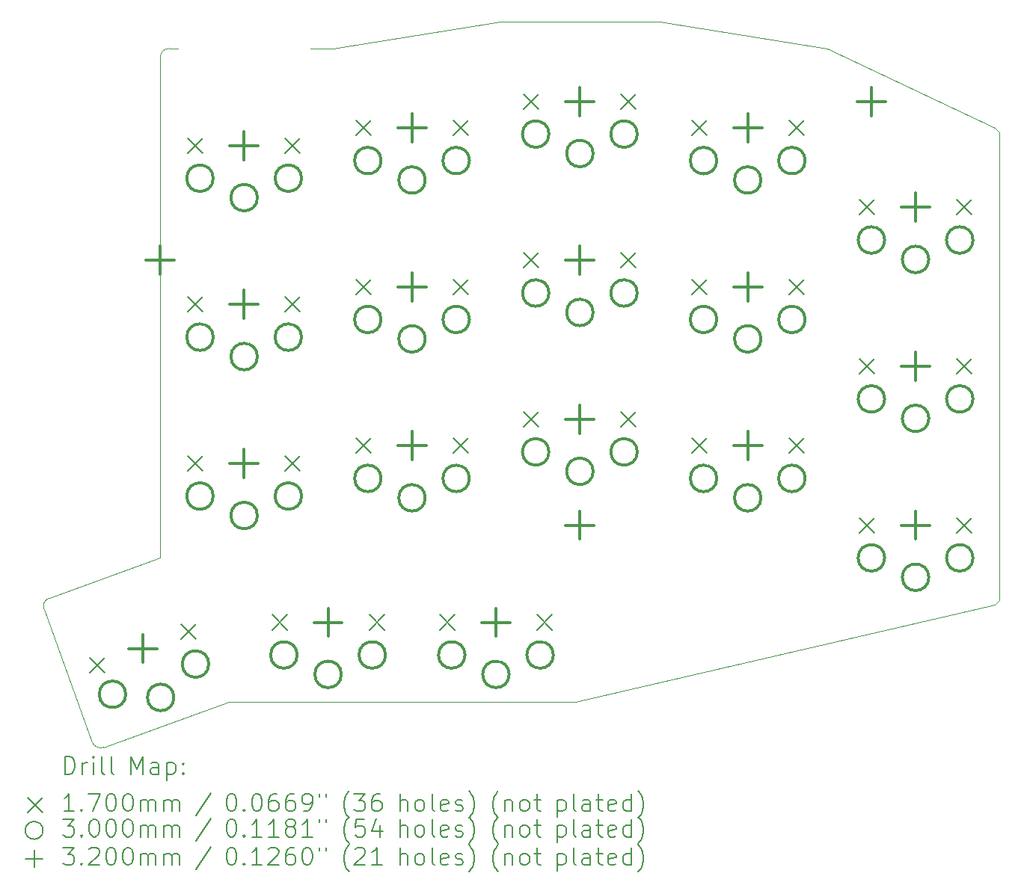
<source format=gbr>
%TF.GenerationSoftware,KiCad,Pcbnew,(7.0.0-0)*%
%TF.CreationDate,2023-03-09T15:58:54+08:00*%
%TF.ProjectId,Input,496e7075-742e-46b6-9963-61645f706362,1*%
%TF.SameCoordinates,PX7bfa480PY6052340*%
%TF.FileFunction,Drillmap*%
%TF.FilePolarity,Positive*%
%FSLAX45Y45*%
G04 Gerber Fmt 4.5, Leading zero omitted, Abs format (unit mm)*
G04 Created by KiCad (PCBNEW (7.0.0-0)) date 2023-03-09 15:58:54*
%MOMM*%
%LPD*%
G01*
G04 APERTURE LIST*
%ADD10C,0.100000*%
%ADD11C,0.200000*%
%ADD12C,0.170000*%
%ADD13C,0.300000*%
%ADD14C,0.320000*%
G04 APERTURE END LIST*
D10*
X8500000Y-3400000D02*
X8550000Y-3350000D01*
X3750000Y-4500000D02*
X8500000Y-3400000D01*
X8500000Y2000000D02*
X8550000Y1950000D01*
X6600000Y2900000D02*
X8500000Y2000000D01*
X8550000Y-3350000D02*
X8550000Y1950000D01*
X2900000Y3200000D02*
X1000000Y2900000D01*
X6600000Y2900000D02*
X4700000Y3200000D01*
X-750000Y2900000D02*
X-850000Y2900000D01*
X-950000Y2800000D02*
X-950000Y-2867500D01*
X1000000Y2900000D02*
X750000Y2900000D01*
X-175000Y-4500000D02*
X3750000Y-4500000D01*
X-850000Y2900000D02*
G75*
G03*
X-950000Y2800000I0J-100000D01*
G01*
X-1719107Y-4955972D02*
X-2266339Y-3452464D01*
X-1719110Y-4955973D02*
G75*
G03*
X-1590936Y-5015740I93970J34203D01*
G01*
X-2206573Y-3324290D02*
G75*
G03*
X-2266339Y-3452464I34203J-93970D01*
G01*
X4700000Y3200000D02*
X2900000Y3200000D01*
X-2206572Y-3324293D02*
X-950000Y-2867500D01*
X-175000Y-4500000D02*
X-1590936Y-5015740D01*
D11*
D12*
X-1748831Y-3999511D02*
X-1578831Y-4169511D01*
X-1578831Y-3999511D02*
X-1748831Y-4169511D01*
X-715169Y-3623289D02*
X-545169Y-3793289D01*
X-545169Y-3623289D02*
X-715169Y-3793289D01*
X-635000Y1885000D02*
X-465000Y1715000D01*
X-465000Y1885000D02*
X-635000Y1715000D01*
X-635000Y85000D02*
X-465000Y-85000D01*
X-465000Y85000D02*
X-635000Y-85000D01*
X-635000Y-1715000D02*
X-465000Y-1885000D01*
X-465000Y-1715000D02*
X-635000Y-1885000D01*
X315000Y-3515000D02*
X485000Y-3685000D01*
X485000Y-3515000D02*
X315000Y-3685000D01*
X465000Y1885000D02*
X635000Y1715000D01*
X635000Y1885000D02*
X465000Y1715000D01*
X465000Y85000D02*
X635000Y-85000D01*
X635000Y85000D02*
X465000Y-85000D01*
X465000Y-1715000D02*
X635000Y-1885000D01*
X635000Y-1715000D02*
X465000Y-1885000D01*
X1265000Y2085000D02*
X1435000Y1915000D01*
X1435000Y2085000D02*
X1265000Y1915000D01*
X1265000Y285000D02*
X1435000Y115000D01*
X1435000Y285000D02*
X1265000Y115000D01*
X1265000Y-1515000D02*
X1435000Y-1685000D01*
X1435000Y-1515000D02*
X1265000Y-1685000D01*
X1415000Y-3515000D02*
X1585000Y-3685000D01*
X1585000Y-3515000D02*
X1415000Y-3685000D01*
X2215000Y-3515000D02*
X2385000Y-3685000D01*
X2385000Y-3515000D02*
X2215000Y-3685000D01*
X2365000Y2085000D02*
X2535000Y1915000D01*
X2535000Y2085000D02*
X2365000Y1915000D01*
X2365000Y285000D02*
X2535000Y115000D01*
X2535000Y285000D02*
X2365000Y115000D01*
X2365000Y-1515000D02*
X2535000Y-1685000D01*
X2535000Y-1515000D02*
X2365000Y-1685000D01*
X3165000Y2385000D02*
X3335000Y2215000D01*
X3335000Y2385000D02*
X3165000Y2215000D01*
X3165000Y585000D02*
X3335000Y415000D01*
X3335000Y585000D02*
X3165000Y415000D01*
X3165000Y-1215000D02*
X3335000Y-1385000D01*
X3335000Y-1215000D02*
X3165000Y-1385000D01*
X3315000Y-3515000D02*
X3485000Y-3685000D01*
X3485000Y-3515000D02*
X3315000Y-3685000D01*
X4265000Y2385000D02*
X4435000Y2215000D01*
X4435000Y2385000D02*
X4265000Y2215000D01*
X4265000Y585000D02*
X4435000Y415000D01*
X4435000Y585000D02*
X4265000Y415000D01*
X4265000Y-1215000D02*
X4435000Y-1385000D01*
X4435000Y-1215000D02*
X4265000Y-1385000D01*
X5065000Y2085000D02*
X5235000Y1915000D01*
X5235000Y2085000D02*
X5065000Y1915000D01*
X5065000Y285000D02*
X5235000Y115000D01*
X5235000Y285000D02*
X5065000Y115000D01*
X5065000Y-1515000D02*
X5235000Y-1685000D01*
X5235000Y-1515000D02*
X5065000Y-1685000D01*
X6165000Y2085000D02*
X6335000Y1915000D01*
X6335000Y2085000D02*
X6165000Y1915000D01*
X6165000Y285000D02*
X6335000Y115000D01*
X6335000Y285000D02*
X6165000Y115000D01*
X6165000Y-1515000D02*
X6335000Y-1685000D01*
X6335000Y-1515000D02*
X6165000Y-1685000D01*
X6965000Y1185000D02*
X7135000Y1015000D01*
X7135000Y1185000D02*
X6965000Y1015000D01*
X6965000Y-615000D02*
X7135000Y-785000D01*
X7135000Y-615000D02*
X6965000Y-785000D01*
X6965000Y-2415000D02*
X7135000Y-2585000D01*
X7135000Y-2415000D02*
X6965000Y-2585000D01*
X8065000Y1185000D02*
X8235000Y1015000D01*
X8235000Y1185000D02*
X8065000Y1015000D01*
X8065000Y-615000D02*
X8235000Y-785000D01*
X8235000Y-615000D02*
X8065000Y-785000D01*
X8065000Y-2415000D02*
X8235000Y-2585000D01*
X8235000Y-2415000D02*
X8065000Y-2585000D01*
D13*
X-1340299Y-4415096D02*
G75*
G03*
X-1340299Y-4415096I-150000J0D01*
G01*
X-795208Y-4450819D02*
G75*
G03*
X-795208Y-4450819I-150000J0D01*
G01*
X-400606Y-4073076D02*
G75*
G03*
X-400606Y-4073076I-150000J0D01*
G01*
X-350000Y1430000D02*
G75*
G03*
X-350000Y1430000I-150000J0D01*
G01*
X-350000Y-370000D02*
G75*
G03*
X-350000Y-370000I-150000J0D01*
G01*
X-350000Y-2170000D02*
G75*
G03*
X-350000Y-2170000I-150000J0D01*
G01*
X150000Y1210000D02*
G75*
G03*
X150000Y1210000I-150000J0D01*
G01*
X150000Y-590000D02*
G75*
G03*
X150000Y-590000I-150000J0D01*
G01*
X150000Y-2390000D02*
G75*
G03*
X150000Y-2390000I-150000J0D01*
G01*
X600000Y-3970000D02*
G75*
G03*
X600000Y-3970000I-150000J0D01*
G01*
X650000Y1430000D02*
G75*
G03*
X650000Y1430000I-150000J0D01*
G01*
X650000Y-370000D02*
G75*
G03*
X650000Y-370000I-150000J0D01*
G01*
X650000Y-2170000D02*
G75*
G03*
X650000Y-2170000I-150000J0D01*
G01*
X1100000Y-4190000D02*
G75*
G03*
X1100000Y-4190000I-150000J0D01*
G01*
X1550000Y1630000D02*
G75*
G03*
X1550000Y1630000I-150000J0D01*
G01*
X1550000Y-170000D02*
G75*
G03*
X1550000Y-170000I-150000J0D01*
G01*
X1550000Y-1970000D02*
G75*
G03*
X1550000Y-1970000I-150000J0D01*
G01*
X1600000Y-3970000D02*
G75*
G03*
X1600000Y-3970000I-150000J0D01*
G01*
X2050000Y1410000D02*
G75*
G03*
X2050000Y1410000I-150000J0D01*
G01*
X2050000Y-390000D02*
G75*
G03*
X2050000Y-390000I-150000J0D01*
G01*
X2050000Y-2190000D02*
G75*
G03*
X2050000Y-2190000I-150000J0D01*
G01*
X2500000Y-3970000D02*
G75*
G03*
X2500000Y-3970000I-150000J0D01*
G01*
X2550000Y1630000D02*
G75*
G03*
X2550000Y1630000I-150000J0D01*
G01*
X2550000Y-170000D02*
G75*
G03*
X2550000Y-170000I-150000J0D01*
G01*
X2550000Y-1970000D02*
G75*
G03*
X2550000Y-1970000I-150000J0D01*
G01*
X3000000Y-4190000D02*
G75*
G03*
X3000000Y-4190000I-150000J0D01*
G01*
X3450000Y1930000D02*
G75*
G03*
X3450000Y1930000I-150000J0D01*
G01*
X3450000Y130000D02*
G75*
G03*
X3450000Y130000I-150000J0D01*
G01*
X3450000Y-1670000D02*
G75*
G03*
X3450000Y-1670000I-150000J0D01*
G01*
X3500000Y-3970000D02*
G75*
G03*
X3500000Y-3970000I-150000J0D01*
G01*
X3950000Y1710000D02*
G75*
G03*
X3950000Y1710000I-150000J0D01*
G01*
X3950000Y-90000D02*
G75*
G03*
X3950000Y-90000I-150000J0D01*
G01*
X3950000Y-1890000D02*
G75*
G03*
X3950000Y-1890000I-150000J0D01*
G01*
X4450000Y1930000D02*
G75*
G03*
X4450000Y1930000I-150000J0D01*
G01*
X4450000Y130000D02*
G75*
G03*
X4450000Y130000I-150000J0D01*
G01*
X4450000Y-1670000D02*
G75*
G03*
X4450000Y-1670000I-150000J0D01*
G01*
X5350000Y1630000D02*
G75*
G03*
X5350000Y1630000I-150000J0D01*
G01*
X5350000Y-170000D02*
G75*
G03*
X5350000Y-170000I-150000J0D01*
G01*
X5350000Y-1970000D02*
G75*
G03*
X5350000Y-1970000I-150000J0D01*
G01*
X5850000Y1410000D02*
G75*
G03*
X5850000Y1410000I-150000J0D01*
G01*
X5850000Y-390000D02*
G75*
G03*
X5850000Y-390000I-150000J0D01*
G01*
X5850000Y-2190000D02*
G75*
G03*
X5850000Y-2190000I-150000J0D01*
G01*
X6350000Y1630000D02*
G75*
G03*
X6350000Y1630000I-150000J0D01*
G01*
X6350000Y-170000D02*
G75*
G03*
X6350000Y-170000I-150000J0D01*
G01*
X6350000Y-1970000D02*
G75*
G03*
X6350000Y-1970000I-150000J0D01*
G01*
X7250000Y730000D02*
G75*
G03*
X7250000Y730000I-150000J0D01*
G01*
X7250000Y-1070000D02*
G75*
G03*
X7250000Y-1070000I-150000J0D01*
G01*
X7250000Y-2870000D02*
G75*
G03*
X7250000Y-2870000I-150000J0D01*
G01*
X7750000Y510000D02*
G75*
G03*
X7750000Y510000I-150000J0D01*
G01*
X7750000Y-1290000D02*
G75*
G03*
X7750000Y-1290000I-150000J0D01*
G01*
X7750000Y-3090000D02*
G75*
G03*
X7750000Y-3090000I-150000J0D01*
G01*
X8250000Y730000D02*
G75*
G03*
X8250000Y730000I-150000J0D01*
G01*
X8250000Y-1070000D02*
G75*
G03*
X8250000Y-1070000I-150000J0D01*
G01*
X8250000Y-2870000D02*
G75*
G03*
X8250000Y-2870000I-150000J0D01*
G01*
D14*
X-1147000Y-3736400D02*
X-1147000Y-4056400D01*
X-1307000Y-3896400D02*
X-987000Y-3896400D01*
X-950000Y660000D02*
X-950000Y340000D01*
X-1110000Y500000D02*
X-790000Y500000D01*
X0Y1960000D02*
X0Y1640000D01*
X-160000Y1800000D02*
X160000Y1800000D01*
X0Y160000D02*
X0Y-160000D01*
X-160000Y0D02*
X160000Y0D01*
X0Y-1640000D02*
X0Y-1960000D01*
X-160000Y-1800000D02*
X160000Y-1800000D01*
X950000Y-3440000D02*
X950000Y-3760000D01*
X790000Y-3600000D02*
X1110000Y-3600000D01*
X1900000Y2160000D02*
X1900000Y1840000D01*
X1740000Y2000000D02*
X2060000Y2000000D01*
X1900000Y360000D02*
X1900000Y40000D01*
X1740000Y200000D02*
X2060000Y200000D01*
X1900000Y-1440000D02*
X1900000Y-1760000D01*
X1740000Y-1600000D02*
X2060000Y-1600000D01*
X2850000Y-3440000D02*
X2850000Y-3760000D01*
X2690000Y-3600000D02*
X3010000Y-3600000D01*
X3800000Y2460000D02*
X3800000Y2140000D01*
X3640000Y2300000D02*
X3960000Y2300000D01*
X3800000Y660000D02*
X3800000Y340000D01*
X3640000Y500000D02*
X3960000Y500000D01*
X3800000Y-1140000D02*
X3800000Y-1460000D01*
X3640000Y-1300000D02*
X3960000Y-1300000D01*
X3800000Y-2340000D02*
X3800000Y-2660000D01*
X3640000Y-2500000D02*
X3960000Y-2500000D01*
X5700000Y2160000D02*
X5700000Y1840000D01*
X5540000Y2000000D02*
X5860000Y2000000D01*
X5700000Y360000D02*
X5700000Y40000D01*
X5540000Y200000D02*
X5860000Y200000D01*
X5700000Y-1440000D02*
X5700000Y-1760000D01*
X5540000Y-1600000D02*
X5860000Y-1600000D01*
X7100000Y2460000D02*
X7100000Y2140000D01*
X6940000Y2300000D02*
X7260000Y2300000D01*
X7600000Y1260000D02*
X7600000Y940000D01*
X7440000Y1100000D02*
X7760000Y1100000D01*
X7600000Y-540000D02*
X7600000Y-860000D01*
X7440000Y-700000D02*
X7760000Y-700000D01*
X7600000Y-2340000D02*
X7600000Y-2660000D01*
X7440000Y-2500000D02*
X7760000Y-2500000D01*
D11*
X-2029752Y-5320247D02*
X-2029752Y-5120247D01*
X-2029752Y-5120247D02*
X-1982133Y-5120247D01*
X-1982133Y-5120247D02*
X-1953561Y-5129771D01*
X-1953561Y-5129771D02*
X-1934514Y-5148819D01*
X-1934514Y-5148819D02*
X-1924990Y-5167866D01*
X-1924990Y-5167866D02*
X-1915466Y-5205961D01*
X-1915466Y-5205961D02*
X-1915466Y-5234533D01*
X-1915466Y-5234533D02*
X-1924990Y-5272628D01*
X-1924990Y-5272628D02*
X-1934514Y-5291676D01*
X-1934514Y-5291676D02*
X-1953561Y-5310723D01*
X-1953561Y-5310723D02*
X-1982133Y-5320247D01*
X-1982133Y-5320247D02*
X-2029752Y-5320247D01*
X-1829752Y-5320247D02*
X-1829752Y-5186914D01*
X-1829752Y-5225009D02*
X-1820228Y-5205961D01*
X-1820228Y-5205961D02*
X-1810704Y-5196438D01*
X-1810704Y-5196438D02*
X-1791657Y-5186914D01*
X-1791657Y-5186914D02*
X-1772609Y-5186914D01*
X-1705942Y-5320247D02*
X-1705942Y-5186914D01*
X-1705942Y-5120247D02*
X-1715466Y-5129771D01*
X-1715466Y-5129771D02*
X-1705942Y-5139295D01*
X-1705942Y-5139295D02*
X-1696418Y-5129771D01*
X-1696418Y-5129771D02*
X-1705942Y-5120247D01*
X-1705942Y-5120247D02*
X-1705942Y-5139295D01*
X-1582133Y-5320247D02*
X-1601180Y-5310723D01*
X-1601180Y-5310723D02*
X-1610704Y-5291676D01*
X-1610704Y-5291676D02*
X-1610704Y-5120247D01*
X-1477371Y-5320247D02*
X-1496418Y-5310723D01*
X-1496418Y-5310723D02*
X-1505942Y-5291676D01*
X-1505942Y-5291676D02*
X-1505942Y-5120247D01*
X-1281180Y-5320247D02*
X-1281180Y-5120247D01*
X-1281180Y-5120247D02*
X-1214514Y-5263104D01*
X-1214514Y-5263104D02*
X-1147847Y-5120247D01*
X-1147847Y-5120247D02*
X-1147847Y-5320247D01*
X-966895Y-5320247D02*
X-966895Y-5215485D01*
X-966895Y-5215485D02*
X-976418Y-5196438D01*
X-976418Y-5196438D02*
X-995466Y-5186914D01*
X-995466Y-5186914D02*
X-1033561Y-5186914D01*
X-1033561Y-5186914D02*
X-1052609Y-5196438D01*
X-966895Y-5310723D02*
X-985942Y-5320247D01*
X-985942Y-5320247D02*
X-1033561Y-5320247D01*
X-1033561Y-5320247D02*
X-1052609Y-5310723D01*
X-1052609Y-5310723D02*
X-1062133Y-5291676D01*
X-1062133Y-5291676D02*
X-1062133Y-5272628D01*
X-1062133Y-5272628D02*
X-1052609Y-5253580D01*
X-1052609Y-5253580D02*
X-1033561Y-5244057D01*
X-1033561Y-5244057D02*
X-985942Y-5244057D01*
X-985942Y-5244057D02*
X-966895Y-5234533D01*
X-871657Y-5186914D02*
X-871657Y-5386914D01*
X-871657Y-5196438D02*
X-852609Y-5186914D01*
X-852609Y-5186914D02*
X-814514Y-5186914D01*
X-814514Y-5186914D02*
X-795466Y-5196438D01*
X-795466Y-5196438D02*
X-785942Y-5205961D01*
X-785942Y-5205961D02*
X-776418Y-5225009D01*
X-776418Y-5225009D02*
X-776418Y-5282152D01*
X-776418Y-5282152D02*
X-785942Y-5301199D01*
X-785942Y-5301199D02*
X-795466Y-5310723D01*
X-795466Y-5310723D02*
X-814514Y-5320247D01*
X-814514Y-5320247D02*
X-852609Y-5320247D01*
X-852609Y-5320247D02*
X-871657Y-5310723D01*
X-690704Y-5301199D02*
X-681180Y-5310723D01*
X-681180Y-5310723D02*
X-690704Y-5320247D01*
X-690704Y-5320247D02*
X-700228Y-5310723D01*
X-700228Y-5310723D02*
X-690704Y-5301199D01*
X-690704Y-5301199D02*
X-690704Y-5320247D01*
X-690704Y-5196438D02*
X-681180Y-5205961D01*
X-681180Y-5205961D02*
X-690704Y-5215485D01*
X-690704Y-5215485D02*
X-700228Y-5205961D01*
X-700228Y-5205961D02*
X-690704Y-5196438D01*
X-690704Y-5196438D02*
X-690704Y-5215485D01*
D12*
X-2447371Y-5581771D02*
X-2277371Y-5751771D01*
X-2277371Y-5581771D02*
X-2447371Y-5751771D01*
D11*
X-1924990Y-5740247D02*
X-2039276Y-5740247D01*
X-1982133Y-5740247D02*
X-1982133Y-5540247D01*
X-1982133Y-5540247D02*
X-2001180Y-5568819D01*
X-2001180Y-5568819D02*
X-2020228Y-5587866D01*
X-2020228Y-5587866D02*
X-2039276Y-5597390D01*
X-1839276Y-5721199D02*
X-1829752Y-5730723D01*
X-1829752Y-5730723D02*
X-1839276Y-5740247D01*
X-1839276Y-5740247D02*
X-1848799Y-5730723D01*
X-1848799Y-5730723D02*
X-1839276Y-5721199D01*
X-1839276Y-5721199D02*
X-1839276Y-5740247D01*
X-1763085Y-5540247D02*
X-1629752Y-5540247D01*
X-1629752Y-5540247D02*
X-1715466Y-5740247D01*
X-1515466Y-5540247D02*
X-1496418Y-5540247D01*
X-1496418Y-5540247D02*
X-1477371Y-5549771D01*
X-1477371Y-5549771D02*
X-1467847Y-5559295D01*
X-1467847Y-5559295D02*
X-1458323Y-5578342D01*
X-1458323Y-5578342D02*
X-1448799Y-5616437D01*
X-1448799Y-5616437D02*
X-1448799Y-5664057D01*
X-1448799Y-5664057D02*
X-1458323Y-5702152D01*
X-1458323Y-5702152D02*
X-1467847Y-5721199D01*
X-1467847Y-5721199D02*
X-1477371Y-5730723D01*
X-1477371Y-5730723D02*
X-1496418Y-5740247D01*
X-1496418Y-5740247D02*
X-1515466Y-5740247D01*
X-1515466Y-5740247D02*
X-1534514Y-5730723D01*
X-1534514Y-5730723D02*
X-1544037Y-5721199D01*
X-1544037Y-5721199D02*
X-1553561Y-5702152D01*
X-1553561Y-5702152D02*
X-1563085Y-5664057D01*
X-1563085Y-5664057D02*
X-1563085Y-5616437D01*
X-1563085Y-5616437D02*
X-1553561Y-5578342D01*
X-1553561Y-5578342D02*
X-1544037Y-5559295D01*
X-1544037Y-5559295D02*
X-1534514Y-5549771D01*
X-1534514Y-5549771D02*
X-1515466Y-5540247D01*
X-1324990Y-5540247D02*
X-1305942Y-5540247D01*
X-1305942Y-5540247D02*
X-1286895Y-5549771D01*
X-1286895Y-5549771D02*
X-1277371Y-5559295D01*
X-1277371Y-5559295D02*
X-1267847Y-5578342D01*
X-1267847Y-5578342D02*
X-1258323Y-5616437D01*
X-1258323Y-5616437D02*
X-1258323Y-5664057D01*
X-1258323Y-5664057D02*
X-1267847Y-5702152D01*
X-1267847Y-5702152D02*
X-1277371Y-5721199D01*
X-1277371Y-5721199D02*
X-1286895Y-5730723D01*
X-1286895Y-5730723D02*
X-1305942Y-5740247D01*
X-1305942Y-5740247D02*
X-1324990Y-5740247D01*
X-1324990Y-5740247D02*
X-1344038Y-5730723D01*
X-1344038Y-5730723D02*
X-1353561Y-5721199D01*
X-1353561Y-5721199D02*
X-1363085Y-5702152D01*
X-1363085Y-5702152D02*
X-1372609Y-5664057D01*
X-1372609Y-5664057D02*
X-1372609Y-5616437D01*
X-1372609Y-5616437D02*
X-1363085Y-5578342D01*
X-1363085Y-5578342D02*
X-1353561Y-5559295D01*
X-1353561Y-5559295D02*
X-1344038Y-5549771D01*
X-1344038Y-5549771D02*
X-1324990Y-5540247D01*
X-1172609Y-5740247D02*
X-1172609Y-5606914D01*
X-1172609Y-5625961D02*
X-1163085Y-5616437D01*
X-1163085Y-5616437D02*
X-1144038Y-5606914D01*
X-1144038Y-5606914D02*
X-1115466Y-5606914D01*
X-1115466Y-5606914D02*
X-1096418Y-5616437D01*
X-1096418Y-5616437D02*
X-1086895Y-5635485D01*
X-1086895Y-5635485D02*
X-1086895Y-5740247D01*
X-1086895Y-5635485D02*
X-1077371Y-5616437D01*
X-1077371Y-5616437D02*
X-1058323Y-5606914D01*
X-1058323Y-5606914D02*
X-1029752Y-5606914D01*
X-1029752Y-5606914D02*
X-1010704Y-5616437D01*
X-1010704Y-5616437D02*
X-1001180Y-5635485D01*
X-1001180Y-5635485D02*
X-1001180Y-5740247D01*
X-905942Y-5740247D02*
X-905942Y-5606914D01*
X-905942Y-5625961D02*
X-896418Y-5616437D01*
X-896418Y-5616437D02*
X-877371Y-5606914D01*
X-877371Y-5606914D02*
X-848799Y-5606914D01*
X-848799Y-5606914D02*
X-829752Y-5616437D01*
X-829752Y-5616437D02*
X-820228Y-5635485D01*
X-820228Y-5635485D02*
X-820228Y-5740247D01*
X-820228Y-5635485D02*
X-810704Y-5616437D01*
X-810704Y-5616437D02*
X-791656Y-5606914D01*
X-791656Y-5606914D02*
X-763085Y-5606914D01*
X-763085Y-5606914D02*
X-744037Y-5616437D01*
X-744037Y-5616437D02*
X-734514Y-5635485D01*
X-734514Y-5635485D02*
X-734514Y-5740247D01*
X-376418Y-5530723D02*
X-547847Y-5787866D01*
X-151657Y-5540247D02*
X-132609Y-5540247D01*
X-132609Y-5540247D02*
X-113561Y-5549771D01*
X-113561Y-5549771D02*
X-104037Y-5559295D01*
X-104037Y-5559295D02*
X-94514Y-5578342D01*
X-94514Y-5578342D02*
X-84990Y-5616437D01*
X-84990Y-5616437D02*
X-84990Y-5664057D01*
X-84990Y-5664057D02*
X-94514Y-5702152D01*
X-94514Y-5702152D02*
X-104037Y-5721199D01*
X-104037Y-5721199D02*
X-113561Y-5730723D01*
X-113561Y-5730723D02*
X-132609Y-5740247D01*
X-132609Y-5740247D02*
X-151657Y-5740247D01*
X-151657Y-5740247D02*
X-170704Y-5730723D01*
X-170704Y-5730723D02*
X-180228Y-5721199D01*
X-180228Y-5721199D02*
X-189752Y-5702152D01*
X-189752Y-5702152D02*
X-199275Y-5664057D01*
X-199275Y-5664057D02*
X-199275Y-5616437D01*
X-199275Y-5616437D02*
X-189752Y-5578342D01*
X-189752Y-5578342D02*
X-180228Y-5559295D01*
X-180228Y-5559295D02*
X-170704Y-5549771D01*
X-170704Y-5549771D02*
X-151657Y-5540247D01*
X724Y-5721199D02*
X10248Y-5730723D01*
X10248Y-5730723D02*
X724Y-5740247D01*
X724Y-5740247D02*
X-8799Y-5730723D01*
X-8799Y-5730723D02*
X724Y-5721199D01*
X724Y-5721199D02*
X724Y-5740247D01*
X134058Y-5540247D02*
X153106Y-5540247D01*
X153106Y-5540247D02*
X172153Y-5549771D01*
X172153Y-5549771D02*
X181677Y-5559295D01*
X181677Y-5559295D02*
X191201Y-5578342D01*
X191201Y-5578342D02*
X200724Y-5616437D01*
X200724Y-5616437D02*
X200724Y-5664057D01*
X200724Y-5664057D02*
X191201Y-5702152D01*
X191201Y-5702152D02*
X181677Y-5721199D01*
X181677Y-5721199D02*
X172153Y-5730723D01*
X172153Y-5730723D02*
X153106Y-5740247D01*
X153106Y-5740247D02*
X134058Y-5740247D01*
X134058Y-5740247D02*
X115010Y-5730723D01*
X115010Y-5730723D02*
X105486Y-5721199D01*
X105486Y-5721199D02*
X95963Y-5702152D01*
X95963Y-5702152D02*
X86439Y-5664057D01*
X86439Y-5664057D02*
X86439Y-5616437D01*
X86439Y-5616437D02*
X95963Y-5578342D01*
X95963Y-5578342D02*
X105486Y-5559295D01*
X105486Y-5559295D02*
X115010Y-5549771D01*
X115010Y-5549771D02*
X134058Y-5540247D01*
X372153Y-5540247D02*
X334058Y-5540247D01*
X334058Y-5540247D02*
X315010Y-5549771D01*
X315010Y-5549771D02*
X305486Y-5559295D01*
X305486Y-5559295D02*
X286439Y-5587866D01*
X286439Y-5587866D02*
X276915Y-5625961D01*
X276915Y-5625961D02*
X276915Y-5702152D01*
X276915Y-5702152D02*
X286439Y-5721199D01*
X286439Y-5721199D02*
X295963Y-5730723D01*
X295963Y-5730723D02*
X315010Y-5740247D01*
X315010Y-5740247D02*
X353105Y-5740247D01*
X353105Y-5740247D02*
X372153Y-5730723D01*
X372153Y-5730723D02*
X381677Y-5721199D01*
X381677Y-5721199D02*
X391201Y-5702152D01*
X391201Y-5702152D02*
X391201Y-5654533D01*
X391201Y-5654533D02*
X381677Y-5635485D01*
X381677Y-5635485D02*
X372153Y-5625961D01*
X372153Y-5625961D02*
X353105Y-5616437D01*
X353105Y-5616437D02*
X315010Y-5616437D01*
X315010Y-5616437D02*
X295963Y-5625961D01*
X295963Y-5625961D02*
X286439Y-5635485D01*
X286439Y-5635485D02*
X276915Y-5654533D01*
X562629Y-5540247D02*
X524534Y-5540247D01*
X524534Y-5540247D02*
X505486Y-5549771D01*
X505486Y-5549771D02*
X495963Y-5559295D01*
X495963Y-5559295D02*
X476915Y-5587866D01*
X476915Y-5587866D02*
X467391Y-5625961D01*
X467391Y-5625961D02*
X467391Y-5702152D01*
X467391Y-5702152D02*
X476915Y-5721199D01*
X476915Y-5721199D02*
X486439Y-5730723D01*
X486439Y-5730723D02*
X505486Y-5740247D01*
X505486Y-5740247D02*
X543582Y-5740247D01*
X543582Y-5740247D02*
X562629Y-5730723D01*
X562629Y-5730723D02*
X572153Y-5721199D01*
X572153Y-5721199D02*
X581677Y-5702152D01*
X581677Y-5702152D02*
X581677Y-5654533D01*
X581677Y-5654533D02*
X572153Y-5635485D01*
X572153Y-5635485D02*
X562629Y-5625961D01*
X562629Y-5625961D02*
X543582Y-5616437D01*
X543582Y-5616437D02*
X505486Y-5616437D01*
X505486Y-5616437D02*
X486439Y-5625961D01*
X486439Y-5625961D02*
X476915Y-5635485D01*
X476915Y-5635485D02*
X467391Y-5654533D01*
X676915Y-5740247D02*
X715010Y-5740247D01*
X715010Y-5740247D02*
X734058Y-5730723D01*
X734058Y-5730723D02*
X743582Y-5721199D01*
X743582Y-5721199D02*
X762629Y-5692628D01*
X762629Y-5692628D02*
X772153Y-5654533D01*
X772153Y-5654533D02*
X772153Y-5578342D01*
X772153Y-5578342D02*
X762629Y-5559295D01*
X762629Y-5559295D02*
X753105Y-5549771D01*
X753105Y-5549771D02*
X734058Y-5540247D01*
X734058Y-5540247D02*
X695963Y-5540247D01*
X695963Y-5540247D02*
X676915Y-5549771D01*
X676915Y-5549771D02*
X667391Y-5559295D01*
X667391Y-5559295D02*
X657867Y-5578342D01*
X657867Y-5578342D02*
X657867Y-5625961D01*
X657867Y-5625961D02*
X667391Y-5645009D01*
X667391Y-5645009D02*
X676915Y-5654533D01*
X676915Y-5654533D02*
X695963Y-5664057D01*
X695963Y-5664057D02*
X734058Y-5664057D01*
X734058Y-5664057D02*
X753105Y-5654533D01*
X753105Y-5654533D02*
X762629Y-5645009D01*
X762629Y-5645009D02*
X772153Y-5625961D01*
X848344Y-5540247D02*
X848344Y-5578342D01*
X924534Y-5540247D02*
X924534Y-5578342D01*
X1187391Y-5816437D02*
X1177867Y-5806914D01*
X1177867Y-5806914D02*
X1158820Y-5778342D01*
X1158820Y-5778342D02*
X1149296Y-5759295D01*
X1149296Y-5759295D02*
X1139772Y-5730723D01*
X1139772Y-5730723D02*
X1130248Y-5683104D01*
X1130248Y-5683104D02*
X1130248Y-5645009D01*
X1130248Y-5645009D02*
X1139772Y-5597390D01*
X1139772Y-5597390D02*
X1149296Y-5568819D01*
X1149296Y-5568819D02*
X1158820Y-5549771D01*
X1158820Y-5549771D02*
X1177867Y-5521199D01*
X1177867Y-5521199D02*
X1187391Y-5511676D01*
X1244534Y-5540247D02*
X1368344Y-5540247D01*
X1368344Y-5540247D02*
X1301677Y-5616437D01*
X1301677Y-5616437D02*
X1330248Y-5616437D01*
X1330248Y-5616437D02*
X1349296Y-5625961D01*
X1349296Y-5625961D02*
X1358820Y-5635485D01*
X1358820Y-5635485D02*
X1368344Y-5654533D01*
X1368344Y-5654533D02*
X1368344Y-5702152D01*
X1368344Y-5702152D02*
X1358820Y-5721199D01*
X1358820Y-5721199D02*
X1349296Y-5730723D01*
X1349296Y-5730723D02*
X1330248Y-5740247D01*
X1330248Y-5740247D02*
X1273106Y-5740247D01*
X1273106Y-5740247D02*
X1254058Y-5730723D01*
X1254058Y-5730723D02*
X1244534Y-5721199D01*
X1539772Y-5540247D02*
X1501677Y-5540247D01*
X1501677Y-5540247D02*
X1482629Y-5549771D01*
X1482629Y-5549771D02*
X1473105Y-5559295D01*
X1473105Y-5559295D02*
X1454058Y-5587866D01*
X1454058Y-5587866D02*
X1444534Y-5625961D01*
X1444534Y-5625961D02*
X1444534Y-5702152D01*
X1444534Y-5702152D02*
X1454058Y-5721199D01*
X1454058Y-5721199D02*
X1463582Y-5730723D01*
X1463582Y-5730723D02*
X1482629Y-5740247D01*
X1482629Y-5740247D02*
X1520725Y-5740247D01*
X1520725Y-5740247D02*
X1539772Y-5730723D01*
X1539772Y-5730723D02*
X1549296Y-5721199D01*
X1549296Y-5721199D02*
X1558820Y-5702152D01*
X1558820Y-5702152D02*
X1558820Y-5654533D01*
X1558820Y-5654533D02*
X1549296Y-5635485D01*
X1549296Y-5635485D02*
X1539772Y-5625961D01*
X1539772Y-5625961D02*
X1520725Y-5616437D01*
X1520725Y-5616437D02*
X1482629Y-5616437D01*
X1482629Y-5616437D02*
X1463582Y-5625961D01*
X1463582Y-5625961D02*
X1454058Y-5635485D01*
X1454058Y-5635485D02*
X1444534Y-5654533D01*
X1764534Y-5740247D02*
X1764534Y-5540247D01*
X1850248Y-5740247D02*
X1850248Y-5635485D01*
X1850248Y-5635485D02*
X1840725Y-5616437D01*
X1840725Y-5616437D02*
X1821677Y-5606914D01*
X1821677Y-5606914D02*
X1793105Y-5606914D01*
X1793105Y-5606914D02*
X1774058Y-5616437D01*
X1774058Y-5616437D02*
X1764534Y-5625961D01*
X1974058Y-5740247D02*
X1955010Y-5730723D01*
X1955010Y-5730723D02*
X1945486Y-5721199D01*
X1945486Y-5721199D02*
X1935963Y-5702152D01*
X1935963Y-5702152D02*
X1935963Y-5645009D01*
X1935963Y-5645009D02*
X1945486Y-5625961D01*
X1945486Y-5625961D02*
X1955010Y-5616437D01*
X1955010Y-5616437D02*
X1974058Y-5606914D01*
X1974058Y-5606914D02*
X2002629Y-5606914D01*
X2002629Y-5606914D02*
X2021677Y-5616437D01*
X2021677Y-5616437D02*
X2031201Y-5625961D01*
X2031201Y-5625961D02*
X2040725Y-5645009D01*
X2040725Y-5645009D02*
X2040725Y-5702152D01*
X2040725Y-5702152D02*
X2031201Y-5721199D01*
X2031201Y-5721199D02*
X2021677Y-5730723D01*
X2021677Y-5730723D02*
X2002629Y-5740247D01*
X2002629Y-5740247D02*
X1974058Y-5740247D01*
X2155010Y-5740247D02*
X2135963Y-5730723D01*
X2135963Y-5730723D02*
X2126439Y-5711676D01*
X2126439Y-5711676D02*
X2126439Y-5540247D01*
X2307391Y-5730723D02*
X2288344Y-5740247D01*
X2288344Y-5740247D02*
X2250248Y-5740247D01*
X2250248Y-5740247D02*
X2231201Y-5730723D01*
X2231201Y-5730723D02*
X2221677Y-5711676D01*
X2221677Y-5711676D02*
X2221677Y-5635485D01*
X2221677Y-5635485D02*
X2231201Y-5616437D01*
X2231201Y-5616437D02*
X2250248Y-5606914D01*
X2250248Y-5606914D02*
X2288344Y-5606914D01*
X2288344Y-5606914D02*
X2307391Y-5616437D01*
X2307391Y-5616437D02*
X2316915Y-5635485D01*
X2316915Y-5635485D02*
X2316915Y-5654533D01*
X2316915Y-5654533D02*
X2221677Y-5673580D01*
X2393106Y-5730723D02*
X2412153Y-5740247D01*
X2412153Y-5740247D02*
X2450248Y-5740247D01*
X2450248Y-5740247D02*
X2469296Y-5730723D01*
X2469296Y-5730723D02*
X2478820Y-5711676D01*
X2478820Y-5711676D02*
X2478820Y-5702152D01*
X2478820Y-5702152D02*
X2469296Y-5683104D01*
X2469296Y-5683104D02*
X2450248Y-5673580D01*
X2450248Y-5673580D02*
X2421677Y-5673580D01*
X2421677Y-5673580D02*
X2402629Y-5664057D01*
X2402629Y-5664057D02*
X2393106Y-5645009D01*
X2393106Y-5645009D02*
X2393106Y-5635485D01*
X2393106Y-5635485D02*
X2402629Y-5616437D01*
X2402629Y-5616437D02*
X2421677Y-5606914D01*
X2421677Y-5606914D02*
X2450248Y-5606914D01*
X2450248Y-5606914D02*
X2469296Y-5616437D01*
X2545487Y-5816437D02*
X2555010Y-5806914D01*
X2555010Y-5806914D02*
X2574058Y-5778342D01*
X2574058Y-5778342D02*
X2583582Y-5759295D01*
X2583582Y-5759295D02*
X2593106Y-5730723D01*
X2593106Y-5730723D02*
X2602629Y-5683104D01*
X2602629Y-5683104D02*
X2602629Y-5645009D01*
X2602629Y-5645009D02*
X2593106Y-5597390D01*
X2593106Y-5597390D02*
X2583582Y-5568819D01*
X2583582Y-5568819D02*
X2574058Y-5549771D01*
X2574058Y-5549771D02*
X2555010Y-5521199D01*
X2555010Y-5521199D02*
X2545487Y-5511676D01*
X2875010Y-5816437D02*
X2865486Y-5806914D01*
X2865486Y-5806914D02*
X2846439Y-5778342D01*
X2846439Y-5778342D02*
X2836915Y-5759295D01*
X2836915Y-5759295D02*
X2827391Y-5730723D01*
X2827391Y-5730723D02*
X2817867Y-5683104D01*
X2817867Y-5683104D02*
X2817867Y-5645009D01*
X2817867Y-5645009D02*
X2827391Y-5597390D01*
X2827391Y-5597390D02*
X2836915Y-5568819D01*
X2836915Y-5568819D02*
X2846439Y-5549771D01*
X2846439Y-5549771D02*
X2865486Y-5521199D01*
X2865486Y-5521199D02*
X2875010Y-5511676D01*
X2951201Y-5606914D02*
X2951201Y-5740247D01*
X2951201Y-5625961D02*
X2960725Y-5616437D01*
X2960725Y-5616437D02*
X2979772Y-5606914D01*
X2979772Y-5606914D02*
X3008344Y-5606914D01*
X3008344Y-5606914D02*
X3027391Y-5616437D01*
X3027391Y-5616437D02*
X3036915Y-5635485D01*
X3036915Y-5635485D02*
X3036915Y-5740247D01*
X3160725Y-5740247D02*
X3141677Y-5730723D01*
X3141677Y-5730723D02*
X3132153Y-5721199D01*
X3132153Y-5721199D02*
X3122629Y-5702152D01*
X3122629Y-5702152D02*
X3122629Y-5645009D01*
X3122629Y-5645009D02*
X3132153Y-5625961D01*
X3132153Y-5625961D02*
X3141677Y-5616437D01*
X3141677Y-5616437D02*
X3160725Y-5606914D01*
X3160725Y-5606914D02*
X3189296Y-5606914D01*
X3189296Y-5606914D02*
X3208344Y-5616437D01*
X3208344Y-5616437D02*
X3217867Y-5625961D01*
X3217867Y-5625961D02*
X3227391Y-5645009D01*
X3227391Y-5645009D02*
X3227391Y-5702152D01*
X3227391Y-5702152D02*
X3217867Y-5721199D01*
X3217867Y-5721199D02*
X3208344Y-5730723D01*
X3208344Y-5730723D02*
X3189296Y-5740247D01*
X3189296Y-5740247D02*
X3160725Y-5740247D01*
X3284534Y-5606914D02*
X3360725Y-5606914D01*
X3313106Y-5540247D02*
X3313106Y-5711676D01*
X3313106Y-5711676D02*
X3322629Y-5730723D01*
X3322629Y-5730723D02*
X3341677Y-5740247D01*
X3341677Y-5740247D02*
X3360725Y-5740247D01*
X3547391Y-5606914D02*
X3547391Y-5806914D01*
X3547391Y-5616437D02*
X3566439Y-5606914D01*
X3566439Y-5606914D02*
X3604534Y-5606914D01*
X3604534Y-5606914D02*
X3623582Y-5616437D01*
X3623582Y-5616437D02*
X3633106Y-5625961D01*
X3633106Y-5625961D02*
X3642629Y-5645009D01*
X3642629Y-5645009D02*
X3642629Y-5702152D01*
X3642629Y-5702152D02*
X3633106Y-5721199D01*
X3633106Y-5721199D02*
X3623582Y-5730723D01*
X3623582Y-5730723D02*
X3604534Y-5740247D01*
X3604534Y-5740247D02*
X3566439Y-5740247D01*
X3566439Y-5740247D02*
X3547391Y-5730723D01*
X3756915Y-5740247D02*
X3737867Y-5730723D01*
X3737867Y-5730723D02*
X3728344Y-5711676D01*
X3728344Y-5711676D02*
X3728344Y-5540247D01*
X3918820Y-5740247D02*
X3918820Y-5635485D01*
X3918820Y-5635485D02*
X3909296Y-5616437D01*
X3909296Y-5616437D02*
X3890248Y-5606914D01*
X3890248Y-5606914D02*
X3852153Y-5606914D01*
X3852153Y-5606914D02*
X3833106Y-5616437D01*
X3918820Y-5730723D02*
X3899772Y-5740247D01*
X3899772Y-5740247D02*
X3852153Y-5740247D01*
X3852153Y-5740247D02*
X3833106Y-5730723D01*
X3833106Y-5730723D02*
X3823582Y-5711676D01*
X3823582Y-5711676D02*
X3823582Y-5692628D01*
X3823582Y-5692628D02*
X3833106Y-5673580D01*
X3833106Y-5673580D02*
X3852153Y-5664057D01*
X3852153Y-5664057D02*
X3899772Y-5664057D01*
X3899772Y-5664057D02*
X3918820Y-5654533D01*
X3985487Y-5606914D02*
X4061677Y-5606914D01*
X4014058Y-5540247D02*
X4014058Y-5711676D01*
X4014058Y-5711676D02*
X4023582Y-5730723D01*
X4023582Y-5730723D02*
X4042629Y-5740247D01*
X4042629Y-5740247D02*
X4061677Y-5740247D01*
X4204534Y-5730723D02*
X4185487Y-5740247D01*
X4185487Y-5740247D02*
X4147391Y-5740247D01*
X4147391Y-5740247D02*
X4128344Y-5730723D01*
X4128344Y-5730723D02*
X4118820Y-5711676D01*
X4118820Y-5711676D02*
X4118820Y-5635485D01*
X4118820Y-5635485D02*
X4128344Y-5616437D01*
X4128344Y-5616437D02*
X4147391Y-5606914D01*
X4147391Y-5606914D02*
X4185487Y-5606914D01*
X4185487Y-5606914D02*
X4204534Y-5616437D01*
X4204534Y-5616437D02*
X4214058Y-5635485D01*
X4214058Y-5635485D02*
X4214058Y-5654533D01*
X4214058Y-5654533D02*
X4118820Y-5673580D01*
X4385487Y-5740247D02*
X4385487Y-5540247D01*
X4385487Y-5730723D02*
X4366439Y-5740247D01*
X4366439Y-5740247D02*
X4328344Y-5740247D01*
X4328344Y-5740247D02*
X4309296Y-5730723D01*
X4309296Y-5730723D02*
X4299772Y-5721199D01*
X4299772Y-5721199D02*
X4290249Y-5702152D01*
X4290249Y-5702152D02*
X4290249Y-5645009D01*
X4290249Y-5645009D02*
X4299772Y-5625961D01*
X4299772Y-5625961D02*
X4309296Y-5616437D01*
X4309296Y-5616437D02*
X4328344Y-5606914D01*
X4328344Y-5606914D02*
X4366439Y-5606914D01*
X4366439Y-5606914D02*
X4385487Y-5616437D01*
X4461677Y-5816437D02*
X4471201Y-5806914D01*
X4471201Y-5806914D02*
X4490249Y-5778342D01*
X4490249Y-5778342D02*
X4499772Y-5759295D01*
X4499772Y-5759295D02*
X4509296Y-5730723D01*
X4509296Y-5730723D02*
X4518820Y-5683104D01*
X4518820Y-5683104D02*
X4518820Y-5645009D01*
X4518820Y-5645009D02*
X4509296Y-5597390D01*
X4509296Y-5597390D02*
X4499772Y-5568819D01*
X4499772Y-5568819D02*
X4490249Y-5549771D01*
X4490249Y-5549771D02*
X4471201Y-5521199D01*
X4471201Y-5521199D02*
X4461677Y-5511676D01*
X-2277371Y-5956771D02*
G75*
G03*
X-2277371Y-5956771I-100000J0D01*
G01*
X-2048799Y-5830247D02*
X-1924990Y-5830247D01*
X-1924990Y-5830247D02*
X-1991657Y-5906437D01*
X-1991657Y-5906437D02*
X-1963085Y-5906437D01*
X-1963085Y-5906437D02*
X-1944037Y-5915961D01*
X-1944037Y-5915961D02*
X-1934514Y-5925485D01*
X-1934514Y-5925485D02*
X-1924990Y-5944533D01*
X-1924990Y-5944533D02*
X-1924990Y-5992152D01*
X-1924990Y-5992152D02*
X-1934514Y-6011199D01*
X-1934514Y-6011199D02*
X-1944037Y-6020723D01*
X-1944037Y-6020723D02*
X-1963085Y-6030247D01*
X-1963085Y-6030247D02*
X-2020228Y-6030247D01*
X-2020228Y-6030247D02*
X-2039276Y-6020723D01*
X-2039276Y-6020723D02*
X-2048799Y-6011199D01*
X-1839276Y-6011199D02*
X-1829752Y-6020723D01*
X-1829752Y-6020723D02*
X-1839276Y-6030247D01*
X-1839276Y-6030247D02*
X-1848799Y-6020723D01*
X-1848799Y-6020723D02*
X-1839276Y-6011199D01*
X-1839276Y-6011199D02*
X-1839276Y-6030247D01*
X-1705942Y-5830247D02*
X-1686895Y-5830247D01*
X-1686895Y-5830247D02*
X-1667847Y-5839771D01*
X-1667847Y-5839771D02*
X-1658323Y-5849295D01*
X-1658323Y-5849295D02*
X-1648799Y-5868342D01*
X-1648799Y-5868342D02*
X-1639276Y-5906437D01*
X-1639276Y-5906437D02*
X-1639276Y-5954057D01*
X-1639276Y-5954057D02*
X-1648799Y-5992152D01*
X-1648799Y-5992152D02*
X-1658323Y-6011199D01*
X-1658323Y-6011199D02*
X-1667847Y-6020723D01*
X-1667847Y-6020723D02*
X-1686895Y-6030247D01*
X-1686895Y-6030247D02*
X-1705942Y-6030247D01*
X-1705942Y-6030247D02*
X-1724990Y-6020723D01*
X-1724990Y-6020723D02*
X-1734514Y-6011199D01*
X-1734514Y-6011199D02*
X-1744037Y-5992152D01*
X-1744037Y-5992152D02*
X-1753561Y-5954057D01*
X-1753561Y-5954057D02*
X-1753561Y-5906437D01*
X-1753561Y-5906437D02*
X-1744037Y-5868342D01*
X-1744037Y-5868342D02*
X-1734514Y-5849295D01*
X-1734514Y-5849295D02*
X-1724990Y-5839771D01*
X-1724990Y-5839771D02*
X-1705942Y-5830247D01*
X-1515466Y-5830247D02*
X-1496418Y-5830247D01*
X-1496418Y-5830247D02*
X-1477371Y-5839771D01*
X-1477371Y-5839771D02*
X-1467847Y-5849295D01*
X-1467847Y-5849295D02*
X-1458323Y-5868342D01*
X-1458323Y-5868342D02*
X-1448799Y-5906437D01*
X-1448799Y-5906437D02*
X-1448799Y-5954057D01*
X-1448799Y-5954057D02*
X-1458323Y-5992152D01*
X-1458323Y-5992152D02*
X-1467847Y-6011199D01*
X-1467847Y-6011199D02*
X-1477371Y-6020723D01*
X-1477371Y-6020723D02*
X-1496418Y-6030247D01*
X-1496418Y-6030247D02*
X-1515466Y-6030247D01*
X-1515466Y-6030247D02*
X-1534514Y-6020723D01*
X-1534514Y-6020723D02*
X-1544037Y-6011199D01*
X-1544037Y-6011199D02*
X-1553561Y-5992152D01*
X-1553561Y-5992152D02*
X-1563085Y-5954057D01*
X-1563085Y-5954057D02*
X-1563085Y-5906437D01*
X-1563085Y-5906437D02*
X-1553561Y-5868342D01*
X-1553561Y-5868342D02*
X-1544037Y-5849295D01*
X-1544037Y-5849295D02*
X-1534514Y-5839771D01*
X-1534514Y-5839771D02*
X-1515466Y-5830247D01*
X-1324990Y-5830247D02*
X-1305942Y-5830247D01*
X-1305942Y-5830247D02*
X-1286895Y-5839771D01*
X-1286895Y-5839771D02*
X-1277371Y-5849295D01*
X-1277371Y-5849295D02*
X-1267847Y-5868342D01*
X-1267847Y-5868342D02*
X-1258323Y-5906437D01*
X-1258323Y-5906437D02*
X-1258323Y-5954057D01*
X-1258323Y-5954057D02*
X-1267847Y-5992152D01*
X-1267847Y-5992152D02*
X-1277371Y-6011199D01*
X-1277371Y-6011199D02*
X-1286895Y-6020723D01*
X-1286895Y-6020723D02*
X-1305942Y-6030247D01*
X-1305942Y-6030247D02*
X-1324990Y-6030247D01*
X-1324990Y-6030247D02*
X-1344038Y-6020723D01*
X-1344038Y-6020723D02*
X-1353561Y-6011199D01*
X-1353561Y-6011199D02*
X-1363085Y-5992152D01*
X-1363085Y-5992152D02*
X-1372609Y-5954057D01*
X-1372609Y-5954057D02*
X-1372609Y-5906437D01*
X-1372609Y-5906437D02*
X-1363085Y-5868342D01*
X-1363085Y-5868342D02*
X-1353561Y-5849295D01*
X-1353561Y-5849295D02*
X-1344038Y-5839771D01*
X-1344038Y-5839771D02*
X-1324990Y-5830247D01*
X-1172609Y-6030247D02*
X-1172609Y-5896914D01*
X-1172609Y-5915961D02*
X-1163085Y-5906437D01*
X-1163085Y-5906437D02*
X-1144038Y-5896914D01*
X-1144038Y-5896914D02*
X-1115466Y-5896914D01*
X-1115466Y-5896914D02*
X-1096418Y-5906437D01*
X-1096418Y-5906437D02*
X-1086895Y-5925485D01*
X-1086895Y-5925485D02*
X-1086895Y-6030247D01*
X-1086895Y-5925485D02*
X-1077371Y-5906437D01*
X-1077371Y-5906437D02*
X-1058323Y-5896914D01*
X-1058323Y-5896914D02*
X-1029752Y-5896914D01*
X-1029752Y-5896914D02*
X-1010704Y-5906437D01*
X-1010704Y-5906437D02*
X-1001180Y-5925485D01*
X-1001180Y-5925485D02*
X-1001180Y-6030247D01*
X-905942Y-6030247D02*
X-905942Y-5896914D01*
X-905942Y-5915961D02*
X-896418Y-5906437D01*
X-896418Y-5906437D02*
X-877371Y-5896914D01*
X-877371Y-5896914D02*
X-848799Y-5896914D01*
X-848799Y-5896914D02*
X-829752Y-5906437D01*
X-829752Y-5906437D02*
X-820228Y-5925485D01*
X-820228Y-5925485D02*
X-820228Y-6030247D01*
X-820228Y-5925485D02*
X-810704Y-5906437D01*
X-810704Y-5906437D02*
X-791656Y-5896914D01*
X-791656Y-5896914D02*
X-763085Y-5896914D01*
X-763085Y-5896914D02*
X-744037Y-5906437D01*
X-744037Y-5906437D02*
X-734514Y-5925485D01*
X-734514Y-5925485D02*
X-734514Y-6030247D01*
X-376418Y-5820723D02*
X-547847Y-6077866D01*
X-151657Y-5830247D02*
X-132609Y-5830247D01*
X-132609Y-5830247D02*
X-113561Y-5839771D01*
X-113561Y-5839771D02*
X-104037Y-5849295D01*
X-104037Y-5849295D02*
X-94514Y-5868342D01*
X-94514Y-5868342D02*
X-84990Y-5906437D01*
X-84990Y-5906437D02*
X-84990Y-5954057D01*
X-84990Y-5954057D02*
X-94514Y-5992152D01*
X-94514Y-5992152D02*
X-104037Y-6011199D01*
X-104037Y-6011199D02*
X-113561Y-6020723D01*
X-113561Y-6020723D02*
X-132609Y-6030247D01*
X-132609Y-6030247D02*
X-151657Y-6030247D01*
X-151657Y-6030247D02*
X-170704Y-6020723D01*
X-170704Y-6020723D02*
X-180228Y-6011199D01*
X-180228Y-6011199D02*
X-189752Y-5992152D01*
X-189752Y-5992152D02*
X-199275Y-5954057D01*
X-199275Y-5954057D02*
X-199275Y-5906437D01*
X-199275Y-5906437D02*
X-189752Y-5868342D01*
X-189752Y-5868342D02*
X-180228Y-5849295D01*
X-180228Y-5849295D02*
X-170704Y-5839771D01*
X-170704Y-5839771D02*
X-151657Y-5830247D01*
X724Y-6011199D02*
X10248Y-6020723D01*
X10248Y-6020723D02*
X724Y-6030247D01*
X724Y-6030247D02*
X-8799Y-6020723D01*
X-8799Y-6020723D02*
X724Y-6011199D01*
X724Y-6011199D02*
X724Y-6030247D01*
X200724Y-6030247D02*
X86439Y-6030247D01*
X143582Y-6030247D02*
X143582Y-5830247D01*
X143582Y-5830247D02*
X124534Y-5858818D01*
X124534Y-5858818D02*
X105486Y-5877866D01*
X105486Y-5877866D02*
X86439Y-5887390D01*
X391201Y-6030247D02*
X276915Y-6030247D01*
X334058Y-6030247D02*
X334058Y-5830247D01*
X334058Y-5830247D02*
X315010Y-5858818D01*
X315010Y-5858818D02*
X295963Y-5877866D01*
X295963Y-5877866D02*
X276915Y-5887390D01*
X505486Y-5915961D02*
X486439Y-5906437D01*
X486439Y-5906437D02*
X476915Y-5896914D01*
X476915Y-5896914D02*
X467391Y-5877866D01*
X467391Y-5877866D02*
X467391Y-5868342D01*
X467391Y-5868342D02*
X476915Y-5849295D01*
X476915Y-5849295D02*
X486439Y-5839771D01*
X486439Y-5839771D02*
X505486Y-5830247D01*
X505486Y-5830247D02*
X543582Y-5830247D01*
X543582Y-5830247D02*
X562629Y-5839771D01*
X562629Y-5839771D02*
X572153Y-5849295D01*
X572153Y-5849295D02*
X581677Y-5868342D01*
X581677Y-5868342D02*
X581677Y-5877866D01*
X581677Y-5877866D02*
X572153Y-5896914D01*
X572153Y-5896914D02*
X562629Y-5906437D01*
X562629Y-5906437D02*
X543582Y-5915961D01*
X543582Y-5915961D02*
X505486Y-5915961D01*
X505486Y-5915961D02*
X486439Y-5925485D01*
X486439Y-5925485D02*
X476915Y-5935009D01*
X476915Y-5935009D02*
X467391Y-5954057D01*
X467391Y-5954057D02*
X467391Y-5992152D01*
X467391Y-5992152D02*
X476915Y-6011199D01*
X476915Y-6011199D02*
X486439Y-6020723D01*
X486439Y-6020723D02*
X505486Y-6030247D01*
X505486Y-6030247D02*
X543582Y-6030247D01*
X543582Y-6030247D02*
X562629Y-6020723D01*
X562629Y-6020723D02*
X572153Y-6011199D01*
X572153Y-6011199D02*
X581677Y-5992152D01*
X581677Y-5992152D02*
X581677Y-5954057D01*
X581677Y-5954057D02*
X572153Y-5935009D01*
X572153Y-5935009D02*
X562629Y-5925485D01*
X562629Y-5925485D02*
X543582Y-5915961D01*
X772153Y-6030247D02*
X657867Y-6030247D01*
X715010Y-6030247D02*
X715010Y-5830247D01*
X715010Y-5830247D02*
X695963Y-5858818D01*
X695963Y-5858818D02*
X676915Y-5877866D01*
X676915Y-5877866D02*
X657867Y-5887390D01*
X848344Y-5830247D02*
X848344Y-5868342D01*
X924534Y-5830247D02*
X924534Y-5868342D01*
X1187391Y-6106437D02*
X1177867Y-6096914D01*
X1177867Y-6096914D02*
X1158820Y-6068342D01*
X1158820Y-6068342D02*
X1149296Y-6049295D01*
X1149296Y-6049295D02*
X1139772Y-6020723D01*
X1139772Y-6020723D02*
X1130248Y-5973104D01*
X1130248Y-5973104D02*
X1130248Y-5935009D01*
X1130248Y-5935009D02*
X1139772Y-5887390D01*
X1139772Y-5887390D02*
X1149296Y-5858818D01*
X1149296Y-5858818D02*
X1158820Y-5839771D01*
X1158820Y-5839771D02*
X1177867Y-5811199D01*
X1177867Y-5811199D02*
X1187391Y-5801676D01*
X1358820Y-5830247D02*
X1263582Y-5830247D01*
X1263582Y-5830247D02*
X1254058Y-5925485D01*
X1254058Y-5925485D02*
X1263582Y-5915961D01*
X1263582Y-5915961D02*
X1282629Y-5906437D01*
X1282629Y-5906437D02*
X1330248Y-5906437D01*
X1330248Y-5906437D02*
X1349296Y-5915961D01*
X1349296Y-5915961D02*
X1358820Y-5925485D01*
X1358820Y-5925485D02*
X1368344Y-5944533D01*
X1368344Y-5944533D02*
X1368344Y-5992152D01*
X1368344Y-5992152D02*
X1358820Y-6011199D01*
X1358820Y-6011199D02*
X1349296Y-6020723D01*
X1349296Y-6020723D02*
X1330248Y-6030247D01*
X1330248Y-6030247D02*
X1282629Y-6030247D01*
X1282629Y-6030247D02*
X1263582Y-6020723D01*
X1263582Y-6020723D02*
X1254058Y-6011199D01*
X1539772Y-5896914D02*
X1539772Y-6030247D01*
X1492153Y-5820723D02*
X1444534Y-5963580D01*
X1444534Y-5963580D02*
X1568344Y-5963580D01*
X1764534Y-6030247D02*
X1764534Y-5830247D01*
X1850248Y-6030247D02*
X1850248Y-5925485D01*
X1850248Y-5925485D02*
X1840725Y-5906437D01*
X1840725Y-5906437D02*
X1821677Y-5896914D01*
X1821677Y-5896914D02*
X1793105Y-5896914D01*
X1793105Y-5896914D02*
X1774058Y-5906437D01*
X1774058Y-5906437D02*
X1764534Y-5915961D01*
X1974058Y-6030247D02*
X1955010Y-6020723D01*
X1955010Y-6020723D02*
X1945486Y-6011199D01*
X1945486Y-6011199D02*
X1935963Y-5992152D01*
X1935963Y-5992152D02*
X1935963Y-5935009D01*
X1935963Y-5935009D02*
X1945486Y-5915961D01*
X1945486Y-5915961D02*
X1955010Y-5906437D01*
X1955010Y-5906437D02*
X1974058Y-5896914D01*
X1974058Y-5896914D02*
X2002629Y-5896914D01*
X2002629Y-5896914D02*
X2021677Y-5906437D01*
X2021677Y-5906437D02*
X2031201Y-5915961D01*
X2031201Y-5915961D02*
X2040725Y-5935009D01*
X2040725Y-5935009D02*
X2040725Y-5992152D01*
X2040725Y-5992152D02*
X2031201Y-6011199D01*
X2031201Y-6011199D02*
X2021677Y-6020723D01*
X2021677Y-6020723D02*
X2002629Y-6030247D01*
X2002629Y-6030247D02*
X1974058Y-6030247D01*
X2155010Y-6030247D02*
X2135963Y-6020723D01*
X2135963Y-6020723D02*
X2126439Y-6001676D01*
X2126439Y-6001676D02*
X2126439Y-5830247D01*
X2307391Y-6020723D02*
X2288344Y-6030247D01*
X2288344Y-6030247D02*
X2250248Y-6030247D01*
X2250248Y-6030247D02*
X2231201Y-6020723D01*
X2231201Y-6020723D02*
X2221677Y-6001676D01*
X2221677Y-6001676D02*
X2221677Y-5925485D01*
X2221677Y-5925485D02*
X2231201Y-5906437D01*
X2231201Y-5906437D02*
X2250248Y-5896914D01*
X2250248Y-5896914D02*
X2288344Y-5896914D01*
X2288344Y-5896914D02*
X2307391Y-5906437D01*
X2307391Y-5906437D02*
X2316915Y-5925485D01*
X2316915Y-5925485D02*
X2316915Y-5944533D01*
X2316915Y-5944533D02*
X2221677Y-5963580D01*
X2393106Y-6020723D02*
X2412153Y-6030247D01*
X2412153Y-6030247D02*
X2450248Y-6030247D01*
X2450248Y-6030247D02*
X2469296Y-6020723D01*
X2469296Y-6020723D02*
X2478820Y-6001676D01*
X2478820Y-6001676D02*
X2478820Y-5992152D01*
X2478820Y-5992152D02*
X2469296Y-5973104D01*
X2469296Y-5973104D02*
X2450248Y-5963580D01*
X2450248Y-5963580D02*
X2421677Y-5963580D01*
X2421677Y-5963580D02*
X2402629Y-5954057D01*
X2402629Y-5954057D02*
X2393106Y-5935009D01*
X2393106Y-5935009D02*
X2393106Y-5925485D01*
X2393106Y-5925485D02*
X2402629Y-5906437D01*
X2402629Y-5906437D02*
X2421677Y-5896914D01*
X2421677Y-5896914D02*
X2450248Y-5896914D01*
X2450248Y-5896914D02*
X2469296Y-5906437D01*
X2545487Y-6106437D02*
X2555010Y-6096914D01*
X2555010Y-6096914D02*
X2574058Y-6068342D01*
X2574058Y-6068342D02*
X2583582Y-6049295D01*
X2583582Y-6049295D02*
X2593106Y-6020723D01*
X2593106Y-6020723D02*
X2602629Y-5973104D01*
X2602629Y-5973104D02*
X2602629Y-5935009D01*
X2602629Y-5935009D02*
X2593106Y-5887390D01*
X2593106Y-5887390D02*
X2583582Y-5858818D01*
X2583582Y-5858818D02*
X2574058Y-5839771D01*
X2574058Y-5839771D02*
X2555010Y-5811199D01*
X2555010Y-5811199D02*
X2545487Y-5801676D01*
X2875010Y-6106437D02*
X2865486Y-6096914D01*
X2865486Y-6096914D02*
X2846439Y-6068342D01*
X2846439Y-6068342D02*
X2836915Y-6049295D01*
X2836915Y-6049295D02*
X2827391Y-6020723D01*
X2827391Y-6020723D02*
X2817867Y-5973104D01*
X2817867Y-5973104D02*
X2817867Y-5935009D01*
X2817867Y-5935009D02*
X2827391Y-5887390D01*
X2827391Y-5887390D02*
X2836915Y-5858818D01*
X2836915Y-5858818D02*
X2846439Y-5839771D01*
X2846439Y-5839771D02*
X2865486Y-5811199D01*
X2865486Y-5811199D02*
X2875010Y-5801676D01*
X2951201Y-5896914D02*
X2951201Y-6030247D01*
X2951201Y-5915961D02*
X2960725Y-5906437D01*
X2960725Y-5906437D02*
X2979772Y-5896914D01*
X2979772Y-5896914D02*
X3008344Y-5896914D01*
X3008344Y-5896914D02*
X3027391Y-5906437D01*
X3027391Y-5906437D02*
X3036915Y-5925485D01*
X3036915Y-5925485D02*
X3036915Y-6030247D01*
X3160725Y-6030247D02*
X3141677Y-6020723D01*
X3141677Y-6020723D02*
X3132153Y-6011199D01*
X3132153Y-6011199D02*
X3122629Y-5992152D01*
X3122629Y-5992152D02*
X3122629Y-5935009D01*
X3122629Y-5935009D02*
X3132153Y-5915961D01*
X3132153Y-5915961D02*
X3141677Y-5906437D01*
X3141677Y-5906437D02*
X3160725Y-5896914D01*
X3160725Y-5896914D02*
X3189296Y-5896914D01*
X3189296Y-5896914D02*
X3208344Y-5906437D01*
X3208344Y-5906437D02*
X3217867Y-5915961D01*
X3217867Y-5915961D02*
X3227391Y-5935009D01*
X3227391Y-5935009D02*
X3227391Y-5992152D01*
X3227391Y-5992152D02*
X3217867Y-6011199D01*
X3217867Y-6011199D02*
X3208344Y-6020723D01*
X3208344Y-6020723D02*
X3189296Y-6030247D01*
X3189296Y-6030247D02*
X3160725Y-6030247D01*
X3284534Y-5896914D02*
X3360725Y-5896914D01*
X3313106Y-5830247D02*
X3313106Y-6001676D01*
X3313106Y-6001676D02*
X3322629Y-6020723D01*
X3322629Y-6020723D02*
X3341677Y-6030247D01*
X3341677Y-6030247D02*
X3360725Y-6030247D01*
X3547391Y-5896914D02*
X3547391Y-6096914D01*
X3547391Y-5906437D02*
X3566439Y-5896914D01*
X3566439Y-5896914D02*
X3604534Y-5896914D01*
X3604534Y-5896914D02*
X3623582Y-5906437D01*
X3623582Y-5906437D02*
X3633106Y-5915961D01*
X3633106Y-5915961D02*
X3642629Y-5935009D01*
X3642629Y-5935009D02*
X3642629Y-5992152D01*
X3642629Y-5992152D02*
X3633106Y-6011199D01*
X3633106Y-6011199D02*
X3623582Y-6020723D01*
X3623582Y-6020723D02*
X3604534Y-6030247D01*
X3604534Y-6030247D02*
X3566439Y-6030247D01*
X3566439Y-6030247D02*
X3547391Y-6020723D01*
X3756915Y-6030247D02*
X3737867Y-6020723D01*
X3737867Y-6020723D02*
X3728344Y-6001676D01*
X3728344Y-6001676D02*
X3728344Y-5830247D01*
X3918820Y-6030247D02*
X3918820Y-5925485D01*
X3918820Y-5925485D02*
X3909296Y-5906437D01*
X3909296Y-5906437D02*
X3890248Y-5896914D01*
X3890248Y-5896914D02*
X3852153Y-5896914D01*
X3852153Y-5896914D02*
X3833106Y-5906437D01*
X3918820Y-6020723D02*
X3899772Y-6030247D01*
X3899772Y-6030247D02*
X3852153Y-6030247D01*
X3852153Y-6030247D02*
X3833106Y-6020723D01*
X3833106Y-6020723D02*
X3823582Y-6001676D01*
X3823582Y-6001676D02*
X3823582Y-5982628D01*
X3823582Y-5982628D02*
X3833106Y-5963580D01*
X3833106Y-5963580D02*
X3852153Y-5954057D01*
X3852153Y-5954057D02*
X3899772Y-5954057D01*
X3899772Y-5954057D02*
X3918820Y-5944533D01*
X3985487Y-5896914D02*
X4061677Y-5896914D01*
X4014058Y-5830247D02*
X4014058Y-6001676D01*
X4014058Y-6001676D02*
X4023582Y-6020723D01*
X4023582Y-6020723D02*
X4042629Y-6030247D01*
X4042629Y-6030247D02*
X4061677Y-6030247D01*
X4204534Y-6020723D02*
X4185487Y-6030247D01*
X4185487Y-6030247D02*
X4147391Y-6030247D01*
X4147391Y-6030247D02*
X4128344Y-6020723D01*
X4128344Y-6020723D02*
X4118820Y-6001676D01*
X4118820Y-6001676D02*
X4118820Y-5925485D01*
X4118820Y-5925485D02*
X4128344Y-5906437D01*
X4128344Y-5906437D02*
X4147391Y-5896914D01*
X4147391Y-5896914D02*
X4185487Y-5896914D01*
X4185487Y-5896914D02*
X4204534Y-5906437D01*
X4204534Y-5906437D02*
X4214058Y-5925485D01*
X4214058Y-5925485D02*
X4214058Y-5944533D01*
X4214058Y-5944533D02*
X4118820Y-5963580D01*
X4385487Y-6030247D02*
X4385487Y-5830247D01*
X4385487Y-6020723D02*
X4366439Y-6030247D01*
X4366439Y-6030247D02*
X4328344Y-6030247D01*
X4328344Y-6030247D02*
X4309296Y-6020723D01*
X4309296Y-6020723D02*
X4299772Y-6011199D01*
X4299772Y-6011199D02*
X4290249Y-5992152D01*
X4290249Y-5992152D02*
X4290249Y-5935009D01*
X4290249Y-5935009D02*
X4299772Y-5915961D01*
X4299772Y-5915961D02*
X4309296Y-5906437D01*
X4309296Y-5906437D02*
X4328344Y-5896914D01*
X4328344Y-5896914D02*
X4366439Y-5896914D01*
X4366439Y-5896914D02*
X4385487Y-5906437D01*
X4461677Y-6106437D02*
X4471201Y-6096914D01*
X4471201Y-6096914D02*
X4490249Y-6068342D01*
X4490249Y-6068342D02*
X4499772Y-6049295D01*
X4499772Y-6049295D02*
X4509296Y-6020723D01*
X4509296Y-6020723D02*
X4518820Y-5973104D01*
X4518820Y-5973104D02*
X4518820Y-5935009D01*
X4518820Y-5935009D02*
X4509296Y-5887390D01*
X4509296Y-5887390D02*
X4499772Y-5858818D01*
X4499772Y-5858818D02*
X4490249Y-5839771D01*
X4490249Y-5839771D02*
X4471201Y-5811199D01*
X4471201Y-5811199D02*
X4461677Y-5801676D01*
X-2377371Y-6176771D02*
X-2377371Y-6376771D01*
X-2477371Y-6276771D02*
X-2277371Y-6276771D01*
X-2048799Y-6150247D02*
X-1924990Y-6150247D01*
X-1924990Y-6150247D02*
X-1991657Y-6226437D01*
X-1991657Y-6226437D02*
X-1963085Y-6226437D01*
X-1963085Y-6226437D02*
X-1944037Y-6235961D01*
X-1944037Y-6235961D02*
X-1934514Y-6245485D01*
X-1934514Y-6245485D02*
X-1924990Y-6264533D01*
X-1924990Y-6264533D02*
X-1924990Y-6312152D01*
X-1924990Y-6312152D02*
X-1934514Y-6331199D01*
X-1934514Y-6331199D02*
X-1944037Y-6340723D01*
X-1944037Y-6340723D02*
X-1963085Y-6350247D01*
X-1963085Y-6350247D02*
X-2020228Y-6350247D01*
X-2020228Y-6350247D02*
X-2039276Y-6340723D01*
X-2039276Y-6340723D02*
X-2048799Y-6331199D01*
X-1839276Y-6331199D02*
X-1829752Y-6340723D01*
X-1829752Y-6340723D02*
X-1839276Y-6350247D01*
X-1839276Y-6350247D02*
X-1848799Y-6340723D01*
X-1848799Y-6340723D02*
X-1839276Y-6331199D01*
X-1839276Y-6331199D02*
X-1839276Y-6350247D01*
X-1753561Y-6169295D02*
X-1744037Y-6159771D01*
X-1744037Y-6159771D02*
X-1724990Y-6150247D01*
X-1724990Y-6150247D02*
X-1677371Y-6150247D01*
X-1677371Y-6150247D02*
X-1658323Y-6159771D01*
X-1658323Y-6159771D02*
X-1648799Y-6169295D01*
X-1648799Y-6169295D02*
X-1639276Y-6188342D01*
X-1639276Y-6188342D02*
X-1639276Y-6207390D01*
X-1639276Y-6207390D02*
X-1648799Y-6235961D01*
X-1648799Y-6235961D02*
X-1763085Y-6350247D01*
X-1763085Y-6350247D02*
X-1639276Y-6350247D01*
X-1515466Y-6150247D02*
X-1496418Y-6150247D01*
X-1496418Y-6150247D02*
X-1477371Y-6159771D01*
X-1477371Y-6159771D02*
X-1467847Y-6169295D01*
X-1467847Y-6169295D02*
X-1458323Y-6188342D01*
X-1458323Y-6188342D02*
X-1448799Y-6226437D01*
X-1448799Y-6226437D02*
X-1448799Y-6274057D01*
X-1448799Y-6274057D02*
X-1458323Y-6312152D01*
X-1458323Y-6312152D02*
X-1467847Y-6331199D01*
X-1467847Y-6331199D02*
X-1477371Y-6340723D01*
X-1477371Y-6340723D02*
X-1496418Y-6350247D01*
X-1496418Y-6350247D02*
X-1515466Y-6350247D01*
X-1515466Y-6350247D02*
X-1534514Y-6340723D01*
X-1534514Y-6340723D02*
X-1544037Y-6331199D01*
X-1544037Y-6331199D02*
X-1553561Y-6312152D01*
X-1553561Y-6312152D02*
X-1563085Y-6274057D01*
X-1563085Y-6274057D02*
X-1563085Y-6226437D01*
X-1563085Y-6226437D02*
X-1553561Y-6188342D01*
X-1553561Y-6188342D02*
X-1544037Y-6169295D01*
X-1544037Y-6169295D02*
X-1534514Y-6159771D01*
X-1534514Y-6159771D02*
X-1515466Y-6150247D01*
X-1324990Y-6150247D02*
X-1305942Y-6150247D01*
X-1305942Y-6150247D02*
X-1286895Y-6159771D01*
X-1286895Y-6159771D02*
X-1277371Y-6169295D01*
X-1277371Y-6169295D02*
X-1267847Y-6188342D01*
X-1267847Y-6188342D02*
X-1258323Y-6226437D01*
X-1258323Y-6226437D02*
X-1258323Y-6274057D01*
X-1258323Y-6274057D02*
X-1267847Y-6312152D01*
X-1267847Y-6312152D02*
X-1277371Y-6331199D01*
X-1277371Y-6331199D02*
X-1286895Y-6340723D01*
X-1286895Y-6340723D02*
X-1305942Y-6350247D01*
X-1305942Y-6350247D02*
X-1324990Y-6350247D01*
X-1324990Y-6350247D02*
X-1344038Y-6340723D01*
X-1344038Y-6340723D02*
X-1353561Y-6331199D01*
X-1353561Y-6331199D02*
X-1363085Y-6312152D01*
X-1363085Y-6312152D02*
X-1372609Y-6274057D01*
X-1372609Y-6274057D02*
X-1372609Y-6226437D01*
X-1372609Y-6226437D02*
X-1363085Y-6188342D01*
X-1363085Y-6188342D02*
X-1353561Y-6169295D01*
X-1353561Y-6169295D02*
X-1344038Y-6159771D01*
X-1344038Y-6159771D02*
X-1324990Y-6150247D01*
X-1172609Y-6350247D02*
X-1172609Y-6216914D01*
X-1172609Y-6235961D02*
X-1163085Y-6226437D01*
X-1163085Y-6226437D02*
X-1144038Y-6216914D01*
X-1144038Y-6216914D02*
X-1115466Y-6216914D01*
X-1115466Y-6216914D02*
X-1096418Y-6226437D01*
X-1096418Y-6226437D02*
X-1086895Y-6245485D01*
X-1086895Y-6245485D02*
X-1086895Y-6350247D01*
X-1086895Y-6245485D02*
X-1077371Y-6226437D01*
X-1077371Y-6226437D02*
X-1058323Y-6216914D01*
X-1058323Y-6216914D02*
X-1029752Y-6216914D01*
X-1029752Y-6216914D02*
X-1010704Y-6226437D01*
X-1010704Y-6226437D02*
X-1001180Y-6245485D01*
X-1001180Y-6245485D02*
X-1001180Y-6350247D01*
X-905942Y-6350247D02*
X-905942Y-6216914D01*
X-905942Y-6235961D02*
X-896418Y-6226437D01*
X-896418Y-6226437D02*
X-877371Y-6216914D01*
X-877371Y-6216914D02*
X-848799Y-6216914D01*
X-848799Y-6216914D02*
X-829752Y-6226437D01*
X-829752Y-6226437D02*
X-820228Y-6245485D01*
X-820228Y-6245485D02*
X-820228Y-6350247D01*
X-820228Y-6245485D02*
X-810704Y-6226437D01*
X-810704Y-6226437D02*
X-791656Y-6216914D01*
X-791656Y-6216914D02*
X-763085Y-6216914D01*
X-763085Y-6216914D02*
X-744037Y-6226437D01*
X-744037Y-6226437D02*
X-734514Y-6245485D01*
X-734514Y-6245485D02*
X-734514Y-6350247D01*
X-376418Y-6140723D02*
X-547847Y-6397866D01*
X-151657Y-6150247D02*
X-132609Y-6150247D01*
X-132609Y-6150247D02*
X-113561Y-6159771D01*
X-113561Y-6159771D02*
X-104037Y-6169295D01*
X-104037Y-6169295D02*
X-94514Y-6188342D01*
X-94514Y-6188342D02*
X-84990Y-6226437D01*
X-84990Y-6226437D02*
X-84990Y-6274057D01*
X-84990Y-6274057D02*
X-94514Y-6312152D01*
X-94514Y-6312152D02*
X-104037Y-6331199D01*
X-104037Y-6331199D02*
X-113561Y-6340723D01*
X-113561Y-6340723D02*
X-132609Y-6350247D01*
X-132609Y-6350247D02*
X-151657Y-6350247D01*
X-151657Y-6350247D02*
X-170704Y-6340723D01*
X-170704Y-6340723D02*
X-180228Y-6331199D01*
X-180228Y-6331199D02*
X-189752Y-6312152D01*
X-189752Y-6312152D02*
X-199275Y-6274057D01*
X-199275Y-6274057D02*
X-199275Y-6226437D01*
X-199275Y-6226437D02*
X-189752Y-6188342D01*
X-189752Y-6188342D02*
X-180228Y-6169295D01*
X-180228Y-6169295D02*
X-170704Y-6159771D01*
X-170704Y-6159771D02*
X-151657Y-6150247D01*
X724Y-6331199D02*
X10248Y-6340723D01*
X10248Y-6340723D02*
X724Y-6350247D01*
X724Y-6350247D02*
X-8799Y-6340723D01*
X-8799Y-6340723D02*
X724Y-6331199D01*
X724Y-6331199D02*
X724Y-6350247D01*
X200724Y-6350247D02*
X86439Y-6350247D01*
X143582Y-6350247D02*
X143582Y-6150247D01*
X143582Y-6150247D02*
X124534Y-6178818D01*
X124534Y-6178818D02*
X105486Y-6197866D01*
X105486Y-6197866D02*
X86439Y-6207390D01*
X276915Y-6169295D02*
X286439Y-6159771D01*
X286439Y-6159771D02*
X305486Y-6150247D01*
X305486Y-6150247D02*
X353105Y-6150247D01*
X353105Y-6150247D02*
X372153Y-6159771D01*
X372153Y-6159771D02*
X381677Y-6169295D01*
X381677Y-6169295D02*
X391201Y-6188342D01*
X391201Y-6188342D02*
X391201Y-6207390D01*
X391201Y-6207390D02*
X381677Y-6235961D01*
X381677Y-6235961D02*
X267391Y-6350247D01*
X267391Y-6350247D02*
X391201Y-6350247D01*
X562629Y-6150247D02*
X524534Y-6150247D01*
X524534Y-6150247D02*
X505486Y-6159771D01*
X505486Y-6159771D02*
X495963Y-6169295D01*
X495963Y-6169295D02*
X476915Y-6197866D01*
X476915Y-6197866D02*
X467391Y-6235961D01*
X467391Y-6235961D02*
X467391Y-6312152D01*
X467391Y-6312152D02*
X476915Y-6331199D01*
X476915Y-6331199D02*
X486439Y-6340723D01*
X486439Y-6340723D02*
X505486Y-6350247D01*
X505486Y-6350247D02*
X543582Y-6350247D01*
X543582Y-6350247D02*
X562629Y-6340723D01*
X562629Y-6340723D02*
X572153Y-6331199D01*
X572153Y-6331199D02*
X581677Y-6312152D01*
X581677Y-6312152D02*
X581677Y-6264533D01*
X581677Y-6264533D02*
X572153Y-6245485D01*
X572153Y-6245485D02*
X562629Y-6235961D01*
X562629Y-6235961D02*
X543582Y-6226437D01*
X543582Y-6226437D02*
X505486Y-6226437D01*
X505486Y-6226437D02*
X486439Y-6235961D01*
X486439Y-6235961D02*
X476915Y-6245485D01*
X476915Y-6245485D02*
X467391Y-6264533D01*
X705486Y-6150247D02*
X724534Y-6150247D01*
X724534Y-6150247D02*
X743582Y-6159771D01*
X743582Y-6159771D02*
X753105Y-6169295D01*
X753105Y-6169295D02*
X762629Y-6188342D01*
X762629Y-6188342D02*
X772153Y-6226437D01*
X772153Y-6226437D02*
X772153Y-6274057D01*
X772153Y-6274057D02*
X762629Y-6312152D01*
X762629Y-6312152D02*
X753105Y-6331199D01*
X753105Y-6331199D02*
X743582Y-6340723D01*
X743582Y-6340723D02*
X724534Y-6350247D01*
X724534Y-6350247D02*
X705486Y-6350247D01*
X705486Y-6350247D02*
X686439Y-6340723D01*
X686439Y-6340723D02*
X676915Y-6331199D01*
X676915Y-6331199D02*
X667391Y-6312152D01*
X667391Y-6312152D02*
X657867Y-6274057D01*
X657867Y-6274057D02*
X657867Y-6226437D01*
X657867Y-6226437D02*
X667391Y-6188342D01*
X667391Y-6188342D02*
X676915Y-6169295D01*
X676915Y-6169295D02*
X686439Y-6159771D01*
X686439Y-6159771D02*
X705486Y-6150247D01*
X848344Y-6150247D02*
X848344Y-6188342D01*
X924534Y-6150247D02*
X924534Y-6188342D01*
X1187391Y-6426437D02*
X1177867Y-6416914D01*
X1177867Y-6416914D02*
X1158820Y-6388342D01*
X1158820Y-6388342D02*
X1149296Y-6369295D01*
X1149296Y-6369295D02*
X1139772Y-6340723D01*
X1139772Y-6340723D02*
X1130248Y-6293104D01*
X1130248Y-6293104D02*
X1130248Y-6255009D01*
X1130248Y-6255009D02*
X1139772Y-6207390D01*
X1139772Y-6207390D02*
X1149296Y-6178818D01*
X1149296Y-6178818D02*
X1158820Y-6159771D01*
X1158820Y-6159771D02*
X1177867Y-6131199D01*
X1177867Y-6131199D02*
X1187391Y-6121676D01*
X1254058Y-6169295D02*
X1263582Y-6159771D01*
X1263582Y-6159771D02*
X1282629Y-6150247D01*
X1282629Y-6150247D02*
X1330248Y-6150247D01*
X1330248Y-6150247D02*
X1349296Y-6159771D01*
X1349296Y-6159771D02*
X1358820Y-6169295D01*
X1358820Y-6169295D02*
X1368344Y-6188342D01*
X1368344Y-6188342D02*
X1368344Y-6207390D01*
X1368344Y-6207390D02*
X1358820Y-6235961D01*
X1358820Y-6235961D02*
X1244534Y-6350247D01*
X1244534Y-6350247D02*
X1368344Y-6350247D01*
X1558820Y-6350247D02*
X1444534Y-6350247D01*
X1501677Y-6350247D02*
X1501677Y-6150247D01*
X1501677Y-6150247D02*
X1482629Y-6178818D01*
X1482629Y-6178818D02*
X1463582Y-6197866D01*
X1463582Y-6197866D02*
X1444534Y-6207390D01*
X1764534Y-6350247D02*
X1764534Y-6150247D01*
X1850248Y-6350247D02*
X1850248Y-6245485D01*
X1850248Y-6245485D02*
X1840725Y-6226437D01*
X1840725Y-6226437D02*
X1821677Y-6216914D01*
X1821677Y-6216914D02*
X1793105Y-6216914D01*
X1793105Y-6216914D02*
X1774058Y-6226437D01*
X1774058Y-6226437D02*
X1764534Y-6235961D01*
X1974058Y-6350247D02*
X1955010Y-6340723D01*
X1955010Y-6340723D02*
X1945486Y-6331199D01*
X1945486Y-6331199D02*
X1935963Y-6312152D01*
X1935963Y-6312152D02*
X1935963Y-6255009D01*
X1935963Y-6255009D02*
X1945486Y-6235961D01*
X1945486Y-6235961D02*
X1955010Y-6226437D01*
X1955010Y-6226437D02*
X1974058Y-6216914D01*
X1974058Y-6216914D02*
X2002629Y-6216914D01*
X2002629Y-6216914D02*
X2021677Y-6226437D01*
X2021677Y-6226437D02*
X2031201Y-6235961D01*
X2031201Y-6235961D02*
X2040725Y-6255009D01*
X2040725Y-6255009D02*
X2040725Y-6312152D01*
X2040725Y-6312152D02*
X2031201Y-6331199D01*
X2031201Y-6331199D02*
X2021677Y-6340723D01*
X2021677Y-6340723D02*
X2002629Y-6350247D01*
X2002629Y-6350247D02*
X1974058Y-6350247D01*
X2155010Y-6350247D02*
X2135963Y-6340723D01*
X2135963Y-6340723D02*
X2126439Y-6321676D01*
X2126439Y-6321676D02*
X2126439Y-6150247D01*
X2307391Y-6340723D02*
X2288344Y-6350247D01*
X2288344Y-6350247D02*
X2250248Y-6350247D01*
X2250248Y-6350247D02*
X2231201Y-6340723D01*
X2231201Y-6340723D02*
X2221677Y-6321676D01*
X2221677Y-6321676D02*
X2221677Y-6245485D01*
X2221677Y-6245485D02*
X2231201Y-6226437D01*
X2231201Y-6226437D02*
X2250248Y-6216914D01*
X2250248Y-6216914D02*
X2288344Y-6216914D01*
X2288344Y-6216914D02*
X2307391Y-6226437D01*
X2307391Y-6226437D02*
X2316915Y-6245485D01*
X2316915Y-6245485D02*
X2316915Y-6264533D01*
X2316915Y-6264533D02*
X2221677Y-6283580D01*
X2393106Y-6340723D02*
X2412153Y-6350247D01*
X2412153Y-6350247D02*
X2450248Y-6350247D01*
X2450248Y-6350247D02*
X2469296Y-6340723D01*
X2469296Y-6340723D02*
X2478820Y-6321676D01*
X2478820Y-6321676D02*
X2478820Y-6312152D01*
X2478820Y-6312152D02*
X2469296Y-6293104D01*
X2469296Y-6293104D02*
X2450248Y-6283580D01*
X2450248Y-6283580D02*
X2421677Y-6283580D01*
X2421677Y-6283580D02*
X2402629Y-6274057D01*
X2402629Y-6274057D02*
X2393106Y-6255009D01*
X2393106Y-6255009D02*
X2393106Y-6245485D01*
X2393106Y-6245485D02*
X2402629Y-6226437D01*
X2402629Y-6226437D02*
X2421677Y-6216914D01*
X2421677Y-6216914D02*
X2450248Y-6216914D01*
X2450248Y-6216914D02*
X2469296Y-6226437D01*
X2545487Y-6426437D02*
X2555010Y-6416914D01*
X2555010Y-6416914D02*
X2574058Y-6388342D01*
X2574058Y-6388342D02*
X2583582Y-6369295D01*
X2583582Y-6369295D02*
X2593106Y-6340723D01*
X2593106Y-6340723D02*
X2602629Y-6293104D01*
X2602629Y-6293104D02*
X2602629Y-6255009D01*
X2602629Y-6255009D02*
X2593106Y-6207390D01*
X2593106Y-6207390D02*
X2583582Y-6178818D01*
X2583582Y-6178818D02*
X2574058Y-6159771D01*
X2574058Y-6159771D02*
X2555010Y-6131199D01*
X2555010Y-6131199D02*
X2545487Y-6121676D01*
X2875010Y-6426437D02*
X2865486Y-6416914D01*
X2865486Y-6416914D02*
X2846439Y-6388342D01*
X2846439Y-6388342D02*
X2836915Y-6369295D01*
X2836915Y-6369295D02*
X2827391Y-6340723D01*
X2827391Y-6340723D02*
X2817867Y-6293104D01*
X2817867Y-6293104D02*
X2817867Y-6255009D01*
X2817867Y-6255009D02*
X2827391Y-6207390D01*
X2827391Y-6207390D02*
X2836915Y-6178818D01*
X2836915Y-6178818D02*
X2846439Y-6159771D01*
X2846439Y-6159771D02*
X2865486Y-6131199D01*
X2865486Y-6131199D02*
X2875010Y-6121676D01*
X2951201Y-6216914D02*
X2951201Y-6350247D01*
X2951201Y-6235961D02*
X2960725Y-6226437D01*
X2960725Y-6226437D02*
X2979772Y-6216914D01*
X2979772Y-6216914D02*
X3008344Y-6216914D01*
X3008344Y-6216914D02*
X3027391Y-6226437D01*
X3027391Y-6226437D02*
X3036915Y-6245485D01*
X3036915Y-6245485D02*
X3036915Y-6350247D01*
X3160725Y-6350247D02*
X3141677Y-6340723D01*
X3141677Y-6340723D02*
X3132153Y-6331199D01*
X3132153Y-6331199D02*
X3122629Y-6312152D01*
X3122629Y-6312152D02*
X3122629Y-6255009D01*
X3122629Y-6255009D02*
X3132153Y-6235961D01*
X3132153Y-6235961D02*
X3141677Y-6226437D01*
X3141677Y-6226437D02*
X3160725Y-6216914D01*
X3160725Y-6216914D02*
X3189296Y-6216914D01*
X3189296Y-6216914D02*
X3208344Y-6226437D01*
X3208344Y-6226437D02*
X3217867Y-6235961D01*
X3217867Y-6235961D02*
X3227391Y-6255009D01*
X3227391Y-6255009D02*
X3227391Y-6312152D01*
X3227391Y-6312152D02*
X3217867Y-6331199D01*
X3217867Y-6331199D02*
X3208344Y-6340723D01*
X3208344Y-6340723D02*
X3189296Y-6350247D01*
X3189296Y-6350247D02*
X3160725Y-6350247D01*
X3284534Y-6216914D02*
X3360725Y-6216914D01*
X3313106Y-6150247D02*
X3313106Y-6321676D01*
X3313106Y-6321676D02*
X3322629Y-6340723D01*
X3322629Y-6340723D02*
X3341677Y-6350247D01*
X3341677Y-6350247D02*
X3360725Y-6350247D01*
X3547391Y-6216914D02*
X3547391Y-6416914D01*
X3547391Y-6226437D02*
X3566439Y-6216914D01*
X3566439Y-6216914D02*
X3604534Y-6216914D01*
X3604534Y-6216914D02*
X3623582Y-6226437D01*
X3623582Y-6226437D02*
X3633106Y-6235961D01*
X3633106Y-6235961D02*
X3642629Y-6255009D01*
X3642629Y-6255009D02*
X3642629Y-6312152D01*
X3642629Y-6312152D02*
X3633106Y-6331199D01*
X3633106Y-6331199D02*
X3623582Y-6340723D01*
X3623582Y-6340723D02*
X3604534Y-6350247D01*
X3604534Y-6350247D02*
X3566439Y-6350247D01*
X3566439Y-6350247D02*
X3547391Y-6340723D01*
X3756915Y-6350247D02*
X3737867Y-6340723D01*
X3737867Y-6340723D02*
X3728344Y-6321676D01*
X3728344Y-6321676D02*
X3728344Y-6150247D01*
X3918820Y-6350247D02*
X3918820Y-6245485D01*
X3918820Y-6245485D02*
X3909296Y-6226437D01*
X3909296Y-6226437D02*
X3890248Y-6216914D01*
X3890248Y-6216914D02*
X3852153Y-6216914D01*
X3852153Y-6216914D02*
X3833106Y-6226437D01*
X3918820Y-6340723D02*
X3899772Y-6350247D01*
X3899772Y-6350247D02*
X3852153Y-6350247D01*
X3852153Y-6350247D02*
X3833106Y-6340723D01*
X3833106Y-6340723D02*
X3823582Y-6321676D01*
X3823582Y-6321676D02*
X3823582Y-6302628D01*
X3823582Y-6302628D02*
X3833106Y-6283580D01*
X3833106Y-6283580D02*
X3852153Y-6274057D01*
X3852153Y-6274057D02*
X3899772Y-6274057D01*
X3899772Y-6274057D02*
X3918820Y-6264533D01*
X3985487Y-6216914D02*
X4061677Y-6216914D01*
X4014058Y-6150247D02*
X4014058Y-6321676D01*
X4014058Y-6321676D02*
X4023582Y-6340723D01*
X4023582Y-6340723D02*
X4042629Y-6350247D01*
X4042629Y-6350247D02*
X4061677Y-6350247D01*
X4204534Y-6340723D02*
X4185487Y-6350247D01*
X4185487Y-6350247D02*
X4147391Y-6350247D01*
X4147391Y-6350247D02*
X4128344Y-6340723D01*
X4128344Y-6340723D02*
X4118820Y-6321676D01*
X4118820Y-6321676D02*
X4118820Y-6245485D01*
X4118820Y-6245485D02*
X4128344Y-6226437D01*
X4128344Y-6226437D02*
X4147391Y-6216914D01*
X4147391Y-6216914D02*
X4185487Y-6216914D01*
X4185487Y-6216914D02*
X4204534Y-6226437D01*
X4204534Y-6226437D02*
X4214058Y-6245485D01*
X4214058Y-6245485D02*
X4214058Y-6264533D01*
X4214058Y-6264533D02*
X4118820Y-6283580D01*
X4385487Y-6350247D02*
X4385487Y-6150247D01*
X4385487Y-6340723D02*
X4366439Y-6350247D01*
X4366439Y-6350247D02*
X4328344Y-6350247D01*
X4328344Y-6350247D02*
X4309296Y-6340723D01*
X4309296Y-6340723D02*
X4299772Y-6331199D01*
X4299772Y-6331199D02*
X4290249Y-6312152D01*
X4290249Y-6312152D02*
X4290249Y-6255009D01*
X4290249Y-6255009D02*
X4299772Y-6235961D01*
X4299772Y-6235961D02*
X4309296Y-6226437D01*
X4309296Y-6226437D02*
X4328344Y-6216914D01*
X4328344Y-6216914D02*
X4366439Y-6216914D01*
X4366439Y-6216914D02*
X4385487Y-6226437D01*
X4461677Y-6426437D02*
X4471201Y-6416914D01*
X4471201Y-6416914D02*
X4490249Y-6388342D01*
X4490249Y-6388342D02*
X4499772Y-6369295D01*
X4499772Y-6369295D02*
X4509296Y-6340723D01*
X4509296Y-6340723D02*
X4518820Y-6293104D01*
X4518820Y-6293104D02*
X4518820Y-6255009D01*
X4518820Y-6255009D02*
X4509296Y-6207390D01*
X4509296Y-6207390D02*
X4499772Y-6178818D01*
X4499772Y-6178818D02*
X4490249Y-6159771D01*
X4490249Y-6159771D02*
X4471201Y-6131199D01*
X4471201Y-6131199D02*
X4461677Y-6121676D01*
M02*

</source>
